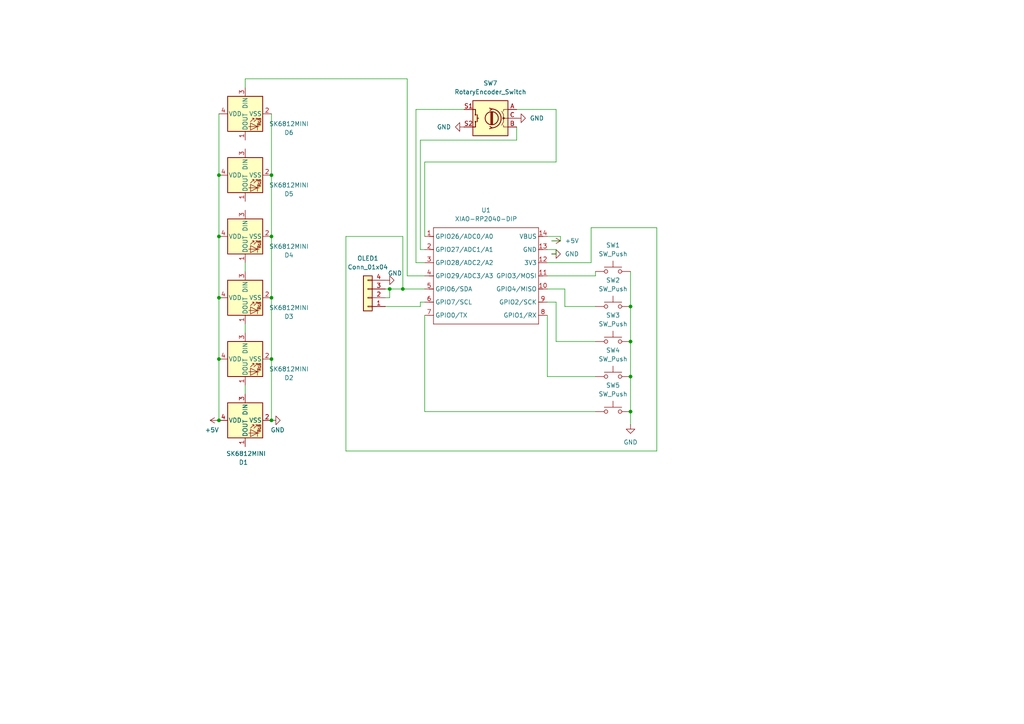
<source format=kicad_sch>
(kicad_sch
	(version 20250114)
	(generator "eeschema")
	(generator_version "9.0")
	(uuid "8503758f-b888-4536-82b6-d8af99c2731c")
	(paper "A4")
	(lib_symbols
		(symbol "Connector_Generic:Conn_01x04"
			(pin_names
				(offset 1.016)
				(hide yes)
			)
			(exclude_from_sim no)
			(in_bom yes)
			(on_board yes)
			(property "Reference" "J"
				(at 0 5.08 0)
				(effects
					(font
						(size 1.27 1.27)
					)
				)
			)
			(property "Value" "Conn_01x04"
				(at 0 -7.62 0)
				(effects
					(font
						(size 1.27 1.27)
					)
				)
			)
			(property "Footprint" ""
				(at 0 0 0)
				(effects
					(font
						(size 1.27 1.27)
					)
					(hide yes)
				)
			)
			(property "Datasheet" "~"
				(at 0 0 0)
				(effects
					(font
						(size 1.27 1.27)
					)
					(hide yes)
				)
			)
			(property "Description" "Generic connector, single row, 01x04, script generated (kicad-library-utils/schlib/autogen/connector/)"
				(at 0 0 0)
				(effects
					(font
						(size 1.27 1.27)
					)
					(hide yes)
				)
			)
			(property "ki_keywords" "connector"
				(at 0 0 0)
				(effects
					(font
						(size 1.27 1.27)
					)
					(hide yes)
				)
			)
			(property "ki_fp_filters" "Connector*:*_1x??_*"
				(at 0 0 0)
				(effects
					(font
						(size 1.27 1.27)
					)
					(hide yes)
				)
			)
			(symbol "Conn_01x04_1_1"
				(rectangle
					(start -1.27 3.81)
					(end 1.27 -6.35)
					(stroke
						(width 0.254)
						(type default)
					)
					(fill
						(type background)
					)
				)
				(rectangle
					(start -1.27 2.667)
					(end 0 2.413)
					(stroke
						(width 0.1524)
						(type default)
					)
					(fill
						(type none)
					)
				)
				(rectangle
					(start -1.27 0.127)
					(end 0 -0.127)
					(stroke
						(width 0.1524)
						(type default)
					)
					(fill
						(type none)
					)
				)
				(rectangle
					(start -1.27 -2.413)
					(end 0 -2.667)
					(stroke
						(width 0.1524)
						(type default)
					)
					(fill
						(type none)
					)
				)
				(rectangle
					(start -1.27 -4.953)
					(end 0 -5.207)
					(stroke
						(width 0.1524)
						(type default)
					)
					(fill
						(type none)
					)
				)
				(pin passive line
					(at -5.08 2.54 0)
					(length 3.81)
					(name "Pin_1"
						(effects
							(font
								(size 1.27 1.27)
							)
						)
					)
					(number "1"
						(effects
							(font
								(size 1.27 1.27)
							)
						)
					)
				)
				(pin passive line
					(at -5.08 0 0)
					(length 3.81)
					(name "Pin_2"
						(effects
							(font
								(size 1.27 1.27)
							)
						)
					)
					(number "2"
						(effects
							(font
								(size 1.27 1.27)
							)
						)
					)
				)
				(pin passive line
					(at -5.08 -2.54 0)
					(length 3.81)
					(name "Pin_3"
						(effects
							(font
								(size 1.27 1.27)
							)
						)
					)
					(number "3"
						(effects
							(font
								(size 1.27 1.27)
							)
						)
					)
				)
				(pin passive line
					(at -5.08 -5.08 0)
					(length 3.81)
					(name "Pin_4"
						(effects
							(font
								(size 1.27 1.27)
							)
						)
					)
					(number "4"
						(effects
							(font
								(size 1.27 1.27)
							)
						)
					)
				)
			)
			(embedded_fonts no)
		)
		(symbol "Device:RotaryEncoder_Switch"
			(pin_names
				(offset 0.254)
				(hide yes)
			)
			(exclude_from_sim no)
			(in_bom yes)
			(on_board yes)
			(property "Reference" "SW"
				(at 0 6.604 0)
				(effects
					(font
						(size 1.27 1.27)
					)
				)
			)
			(property "Value" "RotaryEncoder_Switch"
				(at 0 -6.604 0)
				(effects
					(font
						(size 1.27 1.27)
					)
				)
			)
			(property "Footprint" ""
				(at -3.81 4.064 0)
				(effects
					(font
						(size 1.27 1.27)
					)
					(hide yes)
				)
			)
			(property "Datasheet" "~"
				(at 0 6.604 0)
				(effects
					(font
						(size 1.27 1.27)
					)
					(hide yes)
				)
			)
			(property "Description" "Rotary encoder, dual channel, incremental quadrate outputs, with switch"
				(at 0 0 0)
				(effects
					(font
						(size 1.27 1.27)
					)
					(hide yes)
				)
			)
			(property "ki_keywords" "rotary switch encoder switch push button"
				(at 0 0 0)
				(effects
					(font
						(size 1.27 1.27)
					)
					(hide yes)
				)
			)
			(property "ki_fp_filters" "RotaryEncoder*Switch*"
				(at 0 0 0)
				(effects
					(font
						(size 1.27 1.27)
					)
					(hide yes)
				)
			)
			(symbol "RotaryEncoder_Switch_0_1"
				(rectangle
					(start -5.08 5.08)
					(end 5.08 -5.08)
					(stroke
						(width 0.254)
						(type default)
					)
					(fill
						(type background)
					)
				)
				(polyline
					(pts
						(xy -5.08 2.54) (xy -3.81 2.54) (xy -3.81 2.032)
					)
					(stroke
						(width 0)
						(type default)
					)
					(fill
						(type none)
					)
				)
				(polyline
					(pts
						(xy -5.08 0) (xy -3.81 0) (xy -3.81 -1.016) (xy -3.302 -2.032)
					)
					(stroke
						(width 0)
						(type default)
					)
					(fill
						(type none)
					)
				)
				(polyline
					(pts
						(xy -5.08 -2.54) (xy -3.81 -2.54) (xy -3.81 -2.032)
					)
					(stroke
						(width 0)
						(type default)
					)
					(fill
						(type none)
					)
				)
				(polyline
					(pts
						(xy -4.318 0) (xy -3.81 0) (xy -3.81 1.016) (xy -3.302 2.032)
					)
					(stroke
						(width 0)
						(type default)
					)
					(fill
						(type none)
					)
				)
				(circle
					(center -3.81 0)
					(radius 0.254)
					(stroke
						(width 0)
						(type default)
					)
					(fill
						(type outline)
					)
				)
				(polyline
					(pts
						(xy -0.635 -1.778) (xy -0.635 1.778)
					)
					(stroke
						(width 0.254)
						(type default)
					)
					(fill
						(type none)
					)
				)
				(circle
					(center -0.381 0)
					(radius 1.905)
					(stroke
						(width 0.254)
						(type default)
					)
					(fill
						(type none)
					)
				)
				(polyline
					(pts
						(xy -0.381 -1.778) (xy -0.381 1.778)
					)
					(stroke
						(width 0.254)
						(type default)
					)
					(fill
						(type none)
					)
				)
				(arc
					(start -0.381 -2.794)
					(mid -3.0988 -0.0635)
					(end -0.381 2.667)
					(stroke
						(width 0.254)
						(type default)
					)
					(fill
						(type none)
					)
				)
				(polyline
					(pts
						(xy -0.127 1.778) (xy -0.127 -1.778)
					)
					(stroke
						(width 0.254)
						(type default)
					)
					(fill
						(type none)
					)
				)
				(polyline
					(pts
						(xy 0.254 2.921) (xy -0.508 2.667) (xy 0.127 2.286)
					)
					(stroke
						(width 0.254)
						(type default)
					)
					(fill
						(type none)
					)
				)
				(polyline
					(pts
						(xy 0.254 -3.048) (xy -0.508 -2.794) (xy 0.127 -2.413)
					)
					(stroke
						(width 0.254)
						(type default)
					)
					(fill
						(type none)
					)
				)
				(polyline
					(pts
						(xy 3.81 1.016) (xy 3.81 -1.016)
					)
					(stroke
						(width 0.254)
						(type default)
					)
					(fill
						(type none)
					)
				)
				(polyline
					(pts
						(xy 3.81 0) (xy 3.429 0)
					)
					(stroke
						(width 0.254)
						(type default)
					)
					(fill
						(type none)
					)
				)
				(circle
					(center 4.318 1.016)
					(radius 0.127)
					(stroke
						(width 0.254)
						(type default)
					)
					(fill
						(type none)
					)
				)
				(circle
					(center 4.318 -1.016)
					(radius 0.127)
					(stroke
						(width 0.254)
						(type default)
					)
					(fill
						(type none)
					)
				)
				(polyline
					(pts
						(xy 5.08 2.54) (xy 4.318 2.54) (xy 4.318 1.016)
					)
					(stroke
						(width 0.254)
						(type default)
					)
					(fill
						(type none)
					)
				)
				(polyline
					(pts
						(xy 5.08 -2.54) (xy 4.318 -2.54) (xy 4.318 -1.016)
					)
					(stroke
						(width 0.254)
						(type default)
					)
					(fill
						(type none)
					)
				)
			)
			(symbol "RotaryEncoder_Switch_1_1"
				(pin passive line
					(at -7.62 2.54 0)
					(length 2.54)
					(name "A"
						(effects
							(font
								(size 1.27 1.27)
							)
						)
					)
					(number "A"
						(effects
							(font
								(size 1.27 1.27)
							)
						)
					)
				)
				(pin passive line
					(at -7.62 0 0)
					(length 2.54)
					(name "C"
						(effects
							(font
								(size 1.27 1.27)
							)
						)
					)
					(number "C"
						(effects
							(font
								(size 1.27 1.27)
							)
						)
					)
				)
				(pin passive line
					(at -7.62 -2.54 0)
					(length 2.54)
					(name "B"
						(effects
							(font
								(size 1.27 1.27)
							)
						)
					)
					(number "B"
						(effects
							(font
								(size 1.27 1.27)
							)
						)
					)
				)
				(pin passive line
					(at 7.62 2.54 180)
					(length 2.54)
					(name "S1"
						(effects
							(font
								(size 1.27 1.27)
							)
						)
					)
					(number "S1"
						(effects
							(font
								(size 1.27 1.27)
							)
						)
					)
				)
				(pin passive line
					(at 7.62 -2.54 180)
					(length 2.54)
					(name "S2"
						(effects
							(font
								(size 1.27 1.27)
							)
						)
					)
					(number "S2"
						(effects
							(font
								(size 1.27 1.27)
							)
						)
					)
				)
			)
			(embedded_fonts no)
		)
		(symbol "LED:SK6812MINI"
			(pin_names
				(offset 0.254)
			)
			(exclude_from_sim no)
			(in_bom yes)
			(on_board yes)
			(property "Reference" "D"
				(at 5.08 5.715 0)
				(effects
					(font
						(size 1.27 1.27)
					)
					(justify right bottom)
				)
			)
			(property "Value" "SK6812MINI"
				(at 1.27 -5.715 0)
				(effects
					(font
						(size 1.27 1.27)
					)
					(justify left top)
				)
			)
			(property "Footprint" "LED_SMD:LED_SK6812MINI_PLCC4_3.5x3.5mm_P1.75mm"
				(at 1.27 -7.62 0)
				(effects
					(font
						(size 1.27 1.27)
					)
					(justify left top)
					(hide yes)
				)
			)
			(property "Datasheet" "https://cdn-shop.adafruit.com/product-files/2686/SK6812MINI_REV.01-1-2.pdf"
				(at 2.54 -9.525 0)
				(effects
					(font
						(size 1.27 1.27)
					)
					(justify left top)
					(hide yes)
				)
			)
			(property "Description" "RGB LED with integrated controller"
				(at 0 0 0)
				(effects
					(font
						(size 1.27 1.27)
					)
					(hide yes)
				)
			)
			(property "ki_keywords" "RGB LED NeoPixel Mini addressable"
				(at 0 0 0)
				(effects
					(font
						(size 1.27 1.27)
					)
					(hide yes)
				)
			)
			(property "ki_fp_filters" "LED*SK6812MINI*PLCC*3.5x3.5mm*P1.75mm*"
				(at 0 0 0)
				(effects
					(font
						(size 1.27 1.27)
					)
					(hide yes)
				)
			)
			(symbol "SK6812MINI_0_0"
				(text "RGB"
					(at 2.286 -4.191 0)
					(effects
						(font
							(size 0.762 0.762)
						)
					)
				)
			)
			(symbol "SK6812MINI_0_1"
				(polyline
					(pts
						(xy 1.27 -2.54) (xy 1.778 -2.54)
					)
					(stroke
						(width 0)
						(type default)
					)
					(fill
						(type none)
					)
				)
				(polyline
					(pts
						(xy 1.27 -3.556) (xy 1.778 -3.556)
					)
					(stroke
						(width 0)
						(type default)
					)
					(fill
						(type none)
					)
				)
				(polyline
					(pts
						(xy 2.286 -1.524) (xy 1.27 -2.54) (xy 1.27 -2.032)
					)
					(stroke
						(width 0)
						(type default)
					)
					(fill
						(type none)
					)
				)
				(polyline
					(pts
						(xy 2.286 -2.54) (xy 1.27 -3.556) (xy 1.27 -3.048)
					)
					(stroke
						(width 0)
						(type default)
					)
					(fill
						(type none)
					)
				)
				(polyline
					(pts
						(xy 3.683 -1.016) (xy 3.683 -3.556) (xy 3.683 -4.064)
					)
					(stroke
						(width 0)
						(type default)
					)
					(fill
						(type none)
					)
				)
				(polyline
					(pts
						(xy 4.699 -1.524) (xy 2.667 -1.524) (xy 3.683 -3.556) (xy 4.699 -1.524)
					)
					(stroke
						(width 0)
						(type default)
					)
					(fill
						(type none)
					)
				)
				(polyline
					(pts
						(xy 4.699 -3.556) (xy 2.667 -3.556)
					)
					(stroke
						(width 0)
						(type default)
					)
					(fill
						(type none)
					)
				)
				(rectangle
					(start 5.08 5.08)
					(end -5.08 -5.08)
					(stroke
						(width 0.254)
						(type default)
					)
					(fill
						(type background)
					)
				)
			)
			(symbol "SK6812MINI_1_1"
				(pin input line
					(at -7.62 0 0)
					(length 2.54)
					(name "DIN"
						(effects
							(font
								(size 1.27 1.27)
							)
						)
					)
					(number "3"
						(effects
							(font
								(size 1.27 1.27)
							)
						)
					)
				)
				(pin power_in line
					(at 0 7.62 270)
					(length 2.54)
					(name "VDD"
						(effects
							(font
								(size 1.27 1.27)
							)
						)
					)
					(number "4"
						(effects
							(font
								(size 1.27 1.27)
							)
						)
					)
				)
				(pin power_in line
					(at 0 -7.62 90)
					(length 2.54)
					(name "VSS"
						(effects
							(font
								(size 1.27 1.27)
							)
						)
					)
					(number "2"
						(effects
							(font
								(size 1.27 1.27)
							)
						)
					)
				)
				(pin output line
					(at 7.62 0 180)
					(length 2.54)
					(name "DOUT"
						(effects
							(font
								(size 1.27 1.27)
							)
						)
					)
					(number "1"
						(effects
							(font
								(size 1.27 1.27)
							)
						)
					)
				)
			)
			(embedded_fonts no)
		)
		(symbol "OPL:XIAO-RP2040-DIP"
			(exclude_from_sim no)
			(in_bom yes)
			(on_board yes)
			(property "Reference" "U"
				(at 0 0 0)
				(effects
					(font
						(size 1.27 1.27)
					)
				)
			)
			(property "Value" "XIAO-RP2040-DIP"
				(at 5.334 -1.778 0)
				(effects
					(font
						(size 1.27 1.27)
					)
				)
			)
			(property "Footprint" "Module:MOUDLE14P-XIAO-DIP-SMD"
				(at 14.478 -32.258 0)
				(effects
					(font
						(size 1.27 1.27)
					)
					(hide yes)
				)
			)
			(property "Datasheet" ""
				(at 0 0 0)
				(effects
					(font
						(size 1.27 1.27)
					)
					(hide yes)
				)
			)
			(property "Description" ""
				(at 0 0 0)
				(effects
					(font
						(size 1.27 1.27)
					)
					(hide yes)
				)
			)
			(symbol "XIAO-RP2040-DIP_1_0"
				(polyline
					(pts
						(xy -1.27 -2.54) (xy 29.21 -2.54)
					)
					(stroke
						(width 0.1524)
						(type solid)
					)
					(fill
						(type none)
					)
				)
				(polyline
					(pts
						(xy -1.27 -5.08) (xy -2.54 -5.08)
					)
					(stroke
						(width 0.1524)
						(type solid)
					)
					(fill
						(type none)
					)
				)
				(polyline
					(pts
						(xy -1.27 -5.08) (xy -1.27 -2.54)
					)
					(stroke
						(width 0.1524)
						(type solid)
					)
					(fill
						(type none)
					)
				)
				(polyline
					(pts
						(xy -1.27 -8.89) (xy -2.54 -8.89)
					)
					(stroke
						(width 0.1524)
						(type solid)
					)
					(fill
						(type none)
					)
				)
				(polyline
					(pts
						(xy -1.27 -8.89) (xy -1.27 -5.08)
					)
					(stroke
						(width 0.1524)
						(type solid)
					)
					(fill
						(type none)
					)
				)
				(polyline
					(pts
						(xy -1.27 -12.7) (xy -2.54 -12.7)
					)
					(stroke
						(width 0.1524)
						(type solid)
					)
					(fill
						(type none)
					)
				)
				(polyline
					(pts
						(xy -1.27 -12.7) (xy -1.27 -8.89)
					)
					(stroke
						(width 0.1524)
						(type solid)
					)
					(fill
						(type none)
					)
				)
				(polyline
					(pts
						(xy -1.27 -16.51) (xy -2.54 -16.51)
					)
					(stroke
						(width 0.1524)
						(type solid)
					)
					(fill
						(type none)
					)
				)
				(polyline
					(pts
						(xy -1.27 -16.51) (xy -1.27 -12.7)
					)
					(stroke
						(width 0.1524)
						(type solid)
					)
					(fill
						(type none)
					)
				)
				(polyline
					(pts
						(xy -1.27 -20.32) (xy -2.54 -20.32)
					)
					(stroke
						(width 0.1524)
						(type solid)
					)
					(fill
						(type none)
					)
				)
				(polyline
					(pts
						(xy -1.27 -24.13) (xy -2.54 -24.13)
					)
					(stroke
						(width 0.1524)
						(type solid)
					)
					(fill
						(type none)
					)
				)
				(polyline
					(pts
						(xy -1.27 -27.94) (xy -2.54 -27.94)
					)
					(stroke
						(width 0.1524)
						(type solid)
					)
					(fill
						(type none)
					)
				)
				(polyline
					(pts
						(xy -1.27 -30.48) (xy -1.27 -16.51)
					)
					(stroke
						(width 0.1524)
						(type solid)
					)
					(fill
						(type none)
					)
				)
				(polyline
					(pts
						(xy 29.21 -2.54) (xy 29.21 -5.08)
					)
					(stroke
						(width 0.1524)
						(type solid)
					)
					(fill
						(type none)
					)
				)
				(polyline
					(pts
						(xy 29.21 -5.08) (xy 29.21 -8.89)
					)
					(stroke
						(width 0.1524)
						(type solid)
					)
					(fill
						(type none)
					)
				)
				(polyline
					(pts
						(xy 29.21 -8.89) (xy 29.21 -12.7)
					)
					(stroke
						(width 0.1524)
						(type solid)
					)
					(fill
						(type none)
					)
				)
				(polyline
					(pts
						(xy 29.21 -12.7) (xy 29.21 -30.48)
					)
					(stroke
						(width 0.1524)
						(type solid)
					)
					(fill
						(type none)
					)
				)
				(polyline
					(pts
						(xy 29.21 -30.48) (xy -1.27 -30.48)
					)
					(stroke
						(width 0.1524)
						(type solid)
					)
					(fill
						(type none)
					)
				)
				(polyline
					(pts
						(xy 30.48 -5.08) (xy 29.21 -5.08)
					)
					(stroke
						(width 0.1524)
						(type solid)
					)
					(fill
						(type none)
					)
				)
				(polyline
					(pts
						(xy 30.48 -8.89) (xy 29.21 -8.89)
					)
					(stroke
						(width 0.1524)
						(type solid)
					)
					(fill
						(type none)
					)
				)
				(polyline
					(pts
						(xy 30.48 -12.7) (xy 29.21 -12.7)
					)
					(stroke
						(width 0.1524)
						(type solid)
					)
					(fill
						(type none)
					)
				)
				(polyline
					(pts
						(xy 30.48 -16.51) (xy 29.21 -16.51)
					)
					(stroke
						(width 0.1524)
						(type solid)
					)
					(fill
						(type none)
					)
				)
				(polyline
					(pts
						(xy 30.48 -20.32) (xy 29.21 -20.32)
					)
					(stroke
						(width 0.1524)
						(type solid)
					)
					(fill
						(type none)
					)
				)
				(polyline
					(pts
						(xy 30.48 -24.13) (xy 29.21 -24.13)
					)
					(stroke
						(width 0.1524)
						(type solid)
					)
					(fill
						(type none)
					)
				)
				(polyline
					(pts
						(xy 30.48 -27.94) (xy 29.21 -27.94)
					)
					(stroke
						(width 0.1524)
						(type solid)
					)
					(fill
						(type none)
					)
				)
				(pin passive line
					(at -3.81 -5.08 0)
					(length 2.54)
					(name "GPIO26/ADC0/A0"
						(effects
							(font
								(size 1.27 1.27)
							)
						)
					)
					(number "1"
						(effects
							(font
								(size 1.27 1.27)
							)
						)
					)
				)
				(pin passive line
					(at -3.81 -8.89 0)
					(length 2.54)
					(name "GPIO27/ADC1/A1"
						(effects
							(font
								(size 1.27 1.27)
							)
						)
					)
					(number "2"
						(effects
							(font
								(size 1.27 1.27)
							)
						)
					)
				)
				(pin passive line
					(at -3.81 -12.7 0)
					(length 2.54)
					(name "GPIO28/ADC2/A2"
						(effects
							(font
								(size 1.27 1.27)
							)
						)
					)
					(number "3"
						(effects
							(font
								(size 1.27 1.27)
							)
						)
					)
				)
				(pin passive line
					(at -3.81 -16.51 0)
					(length 2.54)
					(name "GPIO29/ADC3/A3"
						(effects
							(font
								(size 1.27 1.27)
							)
						)
					)
					(number "4"
						(effects
							(font
								(size 1.27 1.27)
							)
						)
					)
				)
				(pin passive line
					(at -3.81 -20.32 0)
					(length 2.54)
					(name "GPIO6/SDA"
						(effects
							(font
								(size 1.27 1.27)
							)
						)
					)
					(number "5"
						(effects
							(font
								(size 1.27 1.27)
							)
						)
					)
				)
				(pin passive line
					(at -3.81 -24.13 0)
					(length 2.54)
					(name "GPIO7/SCL"
						(effects
							(font
								(size 1.27 1.27)
							)
						)
					)
					(number "6"
						(effects
							(font
								(size 1.27 1.27)
							)
						)
					)
				)
				(pin passive line
					(at -3.81 -27.94 0)
					(length 2.54)
					(name "GPIO0/TX"
						(effects
							(font
								(size 1.27 1.27)
							)
						)
					)
					(number "7"
						(effects
							(font
								(size 1.27 1.27)
							)
						)
					)
				)
				(pin passive line
					(at 31.75 -5.08 180)
					(length 2.54)
					(name "VBUS"
						(effects
							(font
								(size 1.27 1.27)
							)
						)
					)
					(number "14"
						(effects
							(font
								(size 1.27 1.27)
							)
						)
					)
				)
				(pin passive line
					(at 31.75 -8.89 180)
					(length 2.54)
					(name "GND"
						(effects
							(font
								(size 1.27 1.27)
							)
						)
					)
					(number "13"
						(effects
							(font
								(size 1.27 1.27)
							)
						)
					)
				)
				(pin passive line
					(at 31.75 -12.7 180)
					(length 2.54)
					(name "3V3"
						(effects
							(font
								(size 1.27 1.27)
							)
						)
					)
					(number "12"
						(effects
							(font
								(size 1.27 1.27)
							)
						)
					)
				)
				(pin passive line
					(at 31.75 -16.51 180)
					(length 2.54)
					(name "GPIO3/MOSI"
						(effects
							(font
								(size 1.27 1.27)
							)
						)
					)
					(number "11"
						(effects
							(font
								(size 1.27 1.27)
							)
						)
					)
				)
				(pin passive line
					(at 31.75 -20.32 180)
					(length 2.54)
					(name "GPIO4/MISO"
						(effects
							(font
								(size 1.27 1.27)
							)
						)
					)
					(number "10"
						(effects
							(font
								(size 1.27 1.27)
							)
						)
					)
				)
				(pin passive line
					(at 31.75 -24.13 180)
					(length 2.54)
					(name "GPIO2/SCK"
						(effects
							(font
								(size 1.27 1.27)
							)
						)
					)
					(number "9"
						(effects
							(font
								(size 1.27 1.27)
							)
						)
					)
				)
				(pin passive line
					(at 31.75 -27.94 180)
					(length 2.54)
					(name "GPIO1/RX"
						(effects
							(font
								(size 1.27 1.27)
							)
						)
					)
					(number "8"
						(effects
							(font
								(size 1.27 1.27)
							)
						)
					)
				)
			)
			(embedded_fonts no)
		)
		(symbol "Switch:SW_Push"
			(pin_numbers
				(hide yes)
			)
			(pin_names
				(offset 1.016)
				(hide yes)
			)
			(exclude_from_sim no)
			(in_bom yes)
			(on_board yes)
			(property "Reference" "SW"
				(at 1.27 2.54 0)
				(effects
					(font
						(size 1.27 1.27)
					)
					(justify left)
				)
			)
			(property "Value" "SW_Push"
				(at 0 -1.524 0)
				(effects
					(font
						(size 1.27 1.27)
					)
				)
			)
			(property "Footprint" ""
				(at 0 5.08 0)
				(effects
					(font
						(size 1.27 1.27)
					)
					(hide yes)
				)
			)
			(property "Datasheet" "~"
				(at 0 5.08 0)
				(effects
					(font
						(size 1.27 1.27)
					)
					(hide yes)
				)
			)
			(property "Description" "Push button switch, generic, two pins"
				(at 0 0 0)
				(effects
					(font
						(size 1.27 1.27)
					)
					(hide yes)
				)
			)
			(property "ki_keywords" "switch normally-open pushbutton push-button"
				(at 0 0 0)
				(effects
					(font
						(size 1.27 1.27)
					)
					(hide yes)
				)
			)
			(symbol "SW_Push_0_1"
				(circle
					(center -2.032 0)
					(radius 0.508)
					(stroke
						(width 0)
						(type default)
					)
					(fill
						(type none)
					)
				)
				(polyline
					(pts
						(xy 0 1.27) (xy 0 3.048)
					)
					(stroke
						(width 0)
						(type default)
					)
					(fill
						(type none)
					)
				)
				(circle
					(center 2.032 0)
					(radius 0.508)
					(stroke
						(width 0)
						(type default)
					)
					(fill
						(type none)
					)
				)
				(polyline
					(pts
						(xy 2.54 1.27) (xy -2.54 1.27)
					)
					(stroke
						(width 0)
						(type default)
					)
					(fill
						(type none)
					)
				)
				(pin passive line
					(at -5.08 0 0)
					(length 2.54)
					(name "1"
						(effects
							(font
								(size 1.27 1.27)
							)
						)
					)
					(number "1"
						(effects
							(font
								(size 1.27 1.27)
							)
						)
					)
				)
				(pin passive line
					(at 5.08 0 180)
					(length 2.54)
					(name "2"
						(effects
							(font
								(size 1.27 1.27)
							)
						)
					)
					(number "2"
						(effects
							(font
								(size 1.27 1.27)
							)
						)
					)
				)
			)
			(embedded_fonts no)
		)
		(symbol "power:+5V"
			(power)
			(pin_numbers
				(hide yes)
			)
			(pin_names
				(offset 0)
				(hide yes)
			)
			(exclude_from_sim no)
			(in_bom yes)
			(on_board yes)
			(property "Reference" "#PWR"
				(at 0 -3.81 0)
				(effects
					(font
						(size 1.27 1.27)
					)
					(hide yes)
				)
			)
			(property "Value" "+5V"
				(at 0 3.556 0)
				(effects
					(font
						(size 1.27 1.27)
					)
				)
			)
			(property "Footprint" ""
				(at 0 0 0)
				(effects
					(font
						(size 1.27 1.27)
					)
					(hide yes)
				)
			)
			(property "Datasheet" ""
				(at 0 0 0)
				(effects
					(font
						(size 1.27 1.27)
					)
					(hide yes)
				)
			)
			(property "Description" "Power symbol creates a global label with name \"+5V\""
				(at 0 0 0)
				(effects
					(font
						(size 1.27 1.27)
					)
					(hide yes)
				)
			)
			(property "ki_keywords" "global power"
				(at 0 0 0)
				(effects
					(font
						(size 1.27 1.27)
					)
					(hide yes)
				)
			)
			(symbol "+5V_0_1"
				(polyline
					(pts
						(xy -0.762 1.27) (xy 0 2.54)
					)
					(stroke
						(width 0)
						(type default)
					)
					(fill
						(type none)
					)
				)
				(polyline
					(pts
						(xy 0 2.54) (xy 0.762 1.27)
					)
					(stroke
						(width 0)
						(type default)
					)
					(fill
						(type none)
					)
				)
				(polyline
					(pts
						(xy 0 0) (xy 0 2.54)
					)
					(stroke
						(width 0)
						(type default)
					)
					(fill
						(type none)
					)
				)
			)
			(symbol "+5V_1_1"
				(pin power_in line
					(at 0 0 90)
					(length 0)
					(name "~"
						(effects
							(font
								(size 1.27 1.27)
							)
						)
					)
					(number "1"
						(effects
							(font
								(size 1.27 1.27)
							)
						)
					)
				)
			)
			(embedded_fonts no)
		)
		(symbol "power:GND"
			(power)
			(pin_numbers
				(hide yes)
			)
			(pin_names
				(offset 0)
				(hide yes)
			)
			(exclude_from_sim no)
			(in_bom yes)
			(on_board yes)
			(property "Reference" "#PWR"
				(at 0 -6.35 0)
				(effects
					(font
						(size 1.27 1.27)
					)
					(hide yes)
				)
			)
			(property "Value" "GND"
				(at 0 -3.81 0)
				(effects
					(font
						(size 1.27 1.27)
					)
				)
			)
			(property "Footprint" ""
				(at 0 0 0)
				(effects
					(font
						(size 1.27 1.27)
					)
					(hide yes)
				)
			)
			(property "Datasheet" ""
				(at 0 0 0)
				(effects
					(font
						(size 1.27 1.27)
					)
					(hide yes)
				)
			)
			(property "Description" "Power symbol creates a global label with name \"GND\" , ground"
				(at 0 0 0)
				(effects
					(font
						(size 1.27 1.27)
					)
					(hide yes)
				)
			)
			(property "ki_keywords" "global power"
				(at 0 0 0)
				(effects
					(font
						(size 1.27 1.27)
					)
					(hide yes)
				)
			)
			(symbol "GND_0_1"
				(polyline
					(pts
						(xy 0 0) (xy 0 -1.27) (xy 1.27 -1.27) (xy 0 -2.54) (xy -1.27 -1.27) (xy 0 -1.27)
					)
					(stroke
						(width 0)
						(type default)
					)
					(fill
						(type none)
					)
				)
			)
			(symbol "GND_1_1"
				(pin power_in line
					(at 0 0 270)
					(length 0)
					(name "~"
						(effects
							(font
								(size 1.27 1.27)
							)
						)
					)
					(number "1"
						(effects
							(font
								(size 1.27 1.27)
							)
						)
					)
				)
			)
			(embedded_fonts no)
		)
	)
	(junction
		(at 182.88 99.06)
		(diameter 0)
		(color 0 0 0 0)
		(uuid "08202b5c-98ec-4dae-a231-ff155412fd1f")
	)
	(junction
		(at 182.88 88.9)
		(diameter 0)
		(color 0 0 0 0)
		(uuid "24dfef55-7138-46fd-adbd-015513bef8ef")
	)
	(junction
		(at 116.84 83.82)
		(diameter 0)
		(color 0 0 0 0)
		(uuid "2b405166-627a-4f24-afe9-959d6aad21e9")
	)
	(junction
		(at 63.5 121.92)
		(diameter 0)
		(color 0 0 0 0)
		(uuid "2cb0e933-e0ca-40d2-95c2-0fd51259b87a")
	)
	(junction
		(at 78.74 86.36)
		(diameter 0)
		(color 0 0 0 0)
		(uuid "49170200-9ae8-47e1-85ac-aa029524ecac")
	)
	(junction
		(at 182.88 109.22)
		(diameter 0)
		(color 0 0 0 0)
		(uuid "51d781c6-4375-40f0-86c2-d2d9a0424250")
	)
	(junction
		(at 78.74 50.8)
		(diameter 0)
		(color 0 0 0 0)
		(uuid "524b7eef-0c2c-4273-8ed8-ef066f3550c3")
	)
	(junction
		(at 78.74 121.92)
		(diameter 0)
		(color 0 0 0 0)
		(uuid "7a72ea69-f07d-41dc-9f78-514187dc91df")
	)
	(junction
		(at 113.03 83.82)
		(diameter 0)
		(color 0 0 0 0)
		(uuid "8fa55266-1730-419a-998c-d3c4d8d45a6b")
	)
	(junction
		(at 78.74 104.14)
		(diameter 0)
		(color 0 0 0 0)
		(uuid "9919a01d-86f1-49ea-8d1a-fd8e6d700d4b")
	)
	(junction
		(at 63.5 104.14)
		(diameter 0)
		(color 0 0 0 0)
		(uuid "b2d6546e-6bb7-4c4b-87e5-55255507775a")
	)
	(junction
		(at 63.5 86.36)
		(diameter 0)
		(color 0 0 0 0)
		(uuid "be0c9b50-54e4-40cd-bfd5-496096c2eaee")
	)
	(junction
		(at 78.74 68.58)
		(diameter 0)
		(color 0 0 0 0)
		(uuid "d14b4f41-3fc2-4355-9500-4b1a4726c40e")
	)
	(junction
		(at 63.5 50.8)
		(diameter 0)
		(color 0 0 0 0)
		(uuid "d5db1e95-9e90-4953-8b8d-4305673f296d")
	)
	(junction
		(at 63.5 68.58)
		(diameter 0)
		(color 0 0 0 0)
		(uuid "f25f323b-b197-440d-8435-340fd507f4a9")
	)
	(junction
		(at 182.88 119.38)
		(diameter 0)
		(color 0 0 0 0)
		(uuid "f3f2913a-475c-4492-bbde-00b205072d82")
	)
	(wire
		(pts
			(xy 123.19 46.99) (xy 123.19 68.58)
		)
		(stroke
			(width 0)
			(type default)
		)
		(uuid "00169905-33f0-498e-a236-8afd7aece6e9")
	)
	(wire
		(pts
			(xy 113.03 83.82) (xy 113.03 86.36)
		)
		(stroke
			(width 0)
			(type default)
		)
		(uuid "006d8b4c-1b89-497f-8b7f-b79ec8a420e9")
	)
	(wire
		(pts
			(xy 116.84 68.58) (xy 100.33 68.58)
		)
		(stroke
			(width 0)
			(type default)
		)
		(uuid "028c27fa-68a2-42cf-852e-f10799ef2fd5")
	)
	(wire
		(pts
			(xy 161.29 73.66) (xy 160.02 73.66)
		)
		(stroke
			(width 0)
			(type default)
		)
		(uuid "05941f1f-1915-4b09-93d0-058872614e47")
	)
	(wire
		(pts
			(xy 100.33 130.81) (xy 190.5 130.81)
		)
		(stroke
			(width 0)
			(type default)
		)
		(uuid "0995e33c-c5b0-418e-82c3-e24aca296b96")
	)
	(wire
		(pts
			(xy 172.72 80.01) (xy 172.72 78.74)
		)
		(stroke
			(width 0)
			(type default)
		)
		(uuid "0b46b26f-a11a-4757-88f0-a8c6ec1f0453")
	)
	(wire
		(pts
			(xy 158.75 109.22) (xy 172.72 109.22)
		)
		(stroke
			(width 0)
			(type default)
		)
		(uuid "0f7011cb-7de2-4434-b07e-b68470e8e484")
	)
	(wire
		(pts
			(xy 158.75 83.82) (xy 163.83 83.82)
		)
		(stroke
			(width 0)
			(type default)
		)
		(uuid "1049a548-a824-49f0-85f8-8374225f8e0b")
	)
	(wire
		(pts
			(xy 182.88 78.74) (xy 182.88 88.9)
		)
		(stroke
			(width 0)
			(type default)
		)
		(uuid "11674208-3986-4653-b8ed-2256ad97a20a")
	)
	(wire
		(pts
			(xy 158.75 76.2) (xy 171.45 76.2)
		)
		(stroke
			(width 0)
			(type default)
		)
		(uuid "1220977e-2f0c-4ad5-b4cd-8d5045e897cd")
	)
	(wire
		(pts
			(xy 161.29 31.75) (xy 149.86 31.75)
		)
		(stroke
			(width 0)
			(type default)
		)
		(uuid "14acabf2-7f68-4776-b692-e9c64da17526")
	)
	(wire
		(pts
			(xy 149.86 40.64) (xy 149.86 36.83)
		)
		(stroke
			(width 0)
			(type default)
		)
		(uuid "1bef93e6-5f16-48bb-b81c-3da9842f5479")
	)
	(wire
		(pts
			(xy 121.92 40.64) (xy 121.92 72.39)
		)
		(stroke
			(width 0)
			(type default)
		)
		(uuid "35c0972f-710d-4f3e-9729-f6bb0b1c2a59")
	)
	(wire
		(pts
			(xy 163.83 88.9) (xy 172.72 88.9)
		)
		(stroke
			(width 0)
			(type default)
		)
		(uuid "375d4eb5-93c8-41c1-8216-c24eb012f54e")
	)
	(wire
		(pts
			(xy 162.56 68.58) (xy 162.56 69.85)
		)
		(stroke
			(width 0)
			(type default)
		)
		(uuid "399eb9d1-6a4a-43aa-a0f1-b18bda3287f8")
	)
	(wire
		(pts
			(xy 161.29 72.39) (xy 161.29 73.66)
		)
		(stroke
			(width 0)
			(type default)
		)
		(uuid "3dd05a35-e9b8-45a1-8ff9-e2530e82bba4")
	)
	(wire
		(pts
			(xy 63.5 50.8) (xy 63.5 33.02)
		)
		(stroke
			(width 0)
			(type default)
		)
		(uuid "41b3539b-4334-409e-a3d7-315c19d3dfd3")
	)
	(wire
		(pts
			(xy 182.88 88.9) (xy 182.88 99.06)
		)
		(stroke
			(width 0)
			(type default)
		)
		(uuid "4454695b-b9ef-4b86-8d5e-f99b12eeca5c")
	)
	(wire
		(pts
			(xy 78.74 50.8) (xy 78.74 68.58)
		)
		(stroke
			(width 0)
			(type default)
		)
		(uuid "47c550d3-f862-4af2-a45b-5a797a32fb4a")
	)
	(wire
		(pts
			(xy 121.92 87.63) (xy 123.19 87.63)
		)
		(stroke
			(width 0)
			(type default)
		)
		(uuid "48c07372-69c0-4814-aae5-640f5a96d881")
	)
	(wire
		(pts
			(xy 78.74 104.14) (xy 78.74 121.92)
		)
		(stroke
			(width 0)
			(type default)
		)
		(uuid "4be67171-01b1-4ff4-896e-207ef1114500")
	)
	(wire
		(pts
			(xy 78.74 68.58) (xy 78.74 86.36)
		)
		(stroke
			(width 0)
			(type default)
		)
		(uuid "4beb0c98-63ea-4b57-807d-be903b9af926")
	)
	(wire
		(pts
			(xy 63.5 104.14) (xy 63.5 86.36)
		)
		(stroke
			(width 0)
			(type default)
		)
		(uuid "5a9b5d19-3fb5-4ed6-9336-f932ef5d7f6d")
	)
	(wire
		(pts
			(xy 182.88 109.22) (xy 182.88 119.38)
		)
		(stroke
			(width 0)
			(type default)
		)
		(uuid "5cd52e87-ae6c-4f9d-acc5-0fa84c8a2bd8")
	)
	(wire
		(pts
			(xy 161.29 99.06) (xy 172.72 99.06)
		)
		(stroke
			(width 0)
			(type default)
		)
		(uuid "5fe4f897-1df4-4ce7-a9c7-fedfa00b41f6")
	)
	(wire
		(pts
			(xy 71.12 22.86) (xy 118.11 22.86)
		)
		(stroke
			(width 0)
			(type default)
		)
		(uuid "63fc834b-4266-4dca-ab35-49bb55356da4")
	)
	(wire
		(pts
			(xy 71.12 22.86) (xy 71.12 25.4)
		)
		(stroke
			(width 0)
			(type default)
		)
		(uuid "65e0d375-9ba7-49c6-b0bc-2d5d881ec113")
	)
	(wire
		(pts
			(xy 121.92 40.64) (xy 149.86 40.64)
		)
		(stroke
			(width 0)
			(type default)
		)
		(uuid "6b805379-6f7f-4573-98ed-77007a3bc831")
	)
	(wire
		(pts
			(xy 158.75 68.58) (xy 162.56 68.58)
		)
		(stroke
			(width 0)
			(type default)
		)
		(uuid "71750134-327c-41d0-952d-5591cd2db6cc")
	)
	(wire
		(pts
			(xy 158.75 80.01) (xy 172.72 80.01)
		)
		(stroke
			(width 0)
			(type default)
		)
		(uuid "7869c8e9-89ac-47c5-beed-dcf53905d86d")
	)
	(wire
		(pts
			(xy 118.11 80.01) (xy 123.19 80.01)
		)
		(stroke
			(width 0)
			(type default)
		)
		(uuid "797f3995-18a6-4394-8c27-d2329b8e5b49")
	)
	(wire
		(pts
			(xy 190.5 66.04) (xy 190.5 130.81)
		)
		(stroke
			(width 0)
			(type default)
		)
		(uuid "7a5de8bf-2bb2-4cd1-9826-37cd4ad35b1b")
	)
	(wire
		(pts
			(xy 78.74 33.02) (xy 78.74 50.8)
		)
		(stroke
			(width 0)
			(type default)
		)
		(uuid "7eb68bf3-608c-4512-baf2-c7d980d500d3")
	)
	(wire
		(pts
			(xy 121.92 87.63) (xy 121.92 88.9)
		)
		(stroke
			(width 0)
			(type default)
		)
		(uuid "8415781d-28ee-4767-a4ee-13310e875683")
	)
	(wire
		(pts
			(xy 123.19 91.44) (xy 123.19 119.38)
		)
		(stroke
			(width 0)
			(type default)
		)
		(uuid "8fb8e611-6df9-49f2-95ca-6813eb8fa3a4")
	)
	(wire
		(pts
			(xy 113.03 83.82) (xy 116.84 83.82)
		)
		(stroke
			(width 0)
			(type default)
		)
		(uuid "906f9237-d00e-491b-a035-e732e0afb52d")
	)
	(wire
		(pts
			(xy 134.62 31.75) (xy 120.65 31.75)
		)
		(stroke
			(width 0)
			(type default)
		)
		(uuid "91ab9294-10cf-4775-98a8-e285e0d8609c")
	)
	(wire
		(pts
			(xy 120.65 76.2) (xy 123.19 76.2)
		)
		(stroke
			(width 0)
			(type default)
		)
		(uuid "945e3d5d-5d20-45d2-89b2-2c11a5bc7e54")
	)
	(wire
		(pts
			(xy 158.75 87.63) (xy 161.29 87.63)
		)
		(stroke
			(width 0)
			(type default)
		)
		(uuid "9559c7ab-fae2-4a3e-bfbb-ff77ac568c79")
	)
	(wire
		(pts
			(xy 190.5 66.04) (xy 171.45 66.04)
		)
		(stroke
			(width 0)
			(type default)
		)
		(uuid "9dcb92e4-47bd-440a-88db-6d3122ac3ca4")
	)
	(wire
		(pts
			(xy 158.75 91.44) (xy 158.75 109.22)
		)
		(stroke
			(width 0)
			(type default)
		)
		(uuid "a1202518-8eaf-445f-b282-341c50f8c021")
	)
	(wire
		(pts
			(xy 162.56 69.85) (xy 160.02 69.85)
		)
		(stroke
			(width 0)
			(type default)
		)
		(uuid "a1d1e17c-4a4b-4ebd-b72c-95ad4b22eb9f")
	)
	(wire
		(pts
			(xy 163.83 83.82) (xy 163.83 88.9)
		)
		(stroke
			(width 0)
			(type default)
		)
		(uuid "ab26b548-3e48-4abf-b06f-5ee6efe3a1f2")
	)
	(wire
		(pts
			(xy 171.45 66.04) (xy 171.45 76.2)
		)
		(stroke
			(width 0)
			(type default)
		)
		(uuid "b044011a-c4e6-4687-a684-7ffccb9b3fd7")
	)
	(wire
		(pts
			(xy 120.65 31.75) (xy 120.65 76.2)
		)
		(stroke
			(width 0)
			(type default)
		)
		(uuid "b1e56607-fc77-45a1-8f3e-602d550691fd")
	)
	(wire
		(pts
			(xy 182.88 99.06) (xy 182.88 109.22)
		)
		(stroke
			(width 0)
			(type default)
		)
		(uuid "b48fef91-03e3-49ae-af87-bf948f6d39b3")
	)
	(wire
		(pts
			(xy 63.5 121.92) (xy 63.5 104.14)
		)
		(stroke
			(width 0)
			(type default)
		)
		(uuid "b5ea4090-c6f6-44ae-a402-86980be4fa25")
	)
	(wire
		(pts
			(xy 71.12 93.98) (xy 71.12 96.52)
		)
		(stroke
			(width 0)
			(type default)
		)
		(uuid "bddcefc4-2ba0-4f65-97da-89db3f9cd4b6")
	)
	(wire
		(pts
			(xy 182.88 119.38) (xy 182.88 123.19)
		)
		(stroke
			(width 0)
			(type default)
		)
		(uuid "c00601d9-c0aa-4fae-b052-81847fa411ad")
	)
	(wire
		(pts
			(xy 121.92 88.9) (xy 111.76 88.9)
		)
		(stroke
			(width 0)
			(type default)
		)
		(uuid "c08e9dbf-ce29-44f0-abe6-02072d2f81d0")
	)
	(wire
		(pts
			(xy 78.74 86.36) (xy 78.74 104.14)
		)
		(stroke
			(width 0)
			(type default)
		)
		(uuid "c471b2b4-b138-479b-9b1c-730c79dbf384")
	)
	(wire
		(pts
			(xy 71.12 114.3) (xy 71.12 111.76)
		)
		(stroke
			(width 0)
			(type default)
		)
		(uuid "c7e46933-6c2c-4939-a61b-a32272e06dc0")
	)
	(wire
		(pts
			(xy 161.29 87.63) (xy 161.29 99.06)
		)
		(stroke
			(width 0)
			(type default)
		)
		(uuid "c881b3b8-5e67-4e15-9d25-7dbe41329674")
	)
	(wire
		(pts
			(xy 116.84 83.82) (xy 116.84 68.58)
		)
		(stroke
			(width 0)
			(type default)
		)
		(uuid "cc40b568-deb7-4ff7-8cbd-40eef85f6bc1")
	)
	(wire
		(pts
			(xy 111.76 86.36) (xy 113.03 86.36)
		)
		(stroke
			(width 0)
			(type default)
		)
		(uuid "e7ab5800-0b9c-4d37-a235-fd258c506f08")
	)
	(wire
		(pts
			(xy 121.92 72.39) (xy 123.19 72.39)
		)
		(stroke
			(width 0)
			(type default)
		)
		(uuid "e89e3f21-4daf-4bfd-b82f-9bb48e3ed78d")
	)
	(wire
		(pts
			(xy 63.5 68.58) (xy 63.5 50.8)
		)
		(stroke
			(width 0)
			(type default)
		)
		(uuid "e951b098-6d77-45d8-b5c9-9e3203b14e16")
	)
	(wire
		(pts
			(xy 118.11 22.86) (xy 118.11 80.01)
		)
		(stroke
			(width 0)
			(type default)
		)
		(uuid "ee27445d-48f6-472a-8b45-949ca9ed67d8")
	)
	(wire
		(pts
			(xy 100.33 68.58) (xy 100.33 130.81)
		)
		(stroke
			(width 0)
			(type default)
		)
		(uuid "ee6d3353-7f72-454e-8f30-6240e2b92fbb")
	)
	(wire
		(pts
			(xy 123.19 119.38) (xy 172.72 119.38)
		)
		(stroke
			(width 0)
			(type default)
		)
		(uuid "f063e75e-e688-40c3-9bec-8f1cc3084436")
	)
	(wire
		(pts
			(xy 123.19 46.99) (xy 161.29 46.99)
		)
		(stroke
			(width 0)
			(type default)
		)
		(uuid "f1107a0b-5402-4855-89d5-aab39b9e576a")
	)
	(wire
		(pts
			(xy 158.75 72.39) (xy 161.29 72.39)
		)
		(stroke
			(width 0)
			(type default)
		)
		(uuid "f5941714-b717-4c16-8ee5-70e0f27588ee")
	)
	(wire
		(pts
			(xy 63.5 86.36) (xy 63.5 68.58)
		)
		(stroke
			(width 0)
			(type default)
		)
		(uuid "f626a36e-d66a-4661-bf16-4989873a0ffb")
	)
	(wire
		(pts
			(xy 116.84 83.82) (xy 123.19 83.82)
		)
		(stroke
			(width 0)
			(type default)
		)
		(uuid "f780629b-0ff4-41bf-ba9f-9a3aa67bc723")
	)
	(wire
		(pts
			(xy 161.29 46.99) (xy 161.29 31.75)
		)
		(stroke
			(width 0)
			(type default)
		)
		(uuid "fabf4c2d-abd1-4e19-a9af-fb48f07417a3")
	)
	(wire
		(pts
			(xy 71.12 78.74) (xy 71.12 76.2)
		)
		(stroke
			(width 0)
			(type default)
		)
		(uuid "fc56750b-7fe6-4356-a5b9-6eed362189a1")
	)
	(wire
		(pts
			(xy 111.76 83.82) (xy 113.03 83.82)
		)
		(stroke
			(width 0)
			(type default)
		)
		(uuid "fc672abd-d5d3-4f3a-a115-e7cf2d641eec")
	)
	(symbol
		(lib_id "power:GND")
		(at 149.86 34.29 90)
		(unit 1)
		(exclude_from_sim no)
		(in_bom yes)
		(on_board yes)
		(dnp no)
		(fields_autoplaced yes)
		(uuid "0d02053b-b565-4e66-8084-20d1356901a7")
		(property "Reference" "#PWR08"
			(at 156.21 34.29 0)
			(effects
				(font
					(size 1.27 1.27)
				)
				(hide yes)
			)
		)
		(property "Value" "GND"
			(at 153.67 34.2899 90)
			(effects
				(font
					(size 1.27 1.27)
				)
				(justify right)
			)
		)
		(property "Footprint" ""
			(at 149.86 34.29 0)
			(effects
				(font
					(size 1.27 1.27)
				)
				(hide yes)
			)
		)
		(property "Datasheet" ""
			(at 149.86 34.29 0)
			(effects
				(font
					(size 1.27 1.27)
				)
				(hide yes)
			)
		)
		(property "Description" "Power symbol creates a global label with name \"GND\" , ground"
			(at 149.86 34.29 0)
			(effects
				(font
					(size 1.27 1.27)
				)
				(hide yes)
			)
		)
		(pin "1"
			(uuid "6fbbe6d2-39be-4675-a851-72f266bd9f92")
		)
		(instances
			(project ""
				(path "/8503758f-b888-4536-82b6-d8af99c2731c"
					(reference "#PWR08")
					(unit 1)
				)
			)
		)
	)
	(symbol
		(lib_id "LED:SK6812MINI")
		(at 71.12 104.14 90)
		(mirror x)
		(unit 1)
		(exclude_from_sim no)
		(in_bom yes)
		(on_board yes)
		(dnp no)
		(fields_autoplaced yes)
		(uuid "207d6f9e-dde4-49f3-8a72-652c6fa05261")
		(property "Reference" "D2"
			(at 83.82 109.5854 90)
			(effects
				(font
					(size 1.27 1.27)
				)
			)
		)
		(property "Value" "SK6812MINI"
			(at 83.82 107.0454 90)
			(effects
				(font
					(size 1.27 1.27)
				)
			)
		)
		(property "Footprint" "LEDREV:MX_SK6812MINI-E_REV"
			(at 78.74 105.41 0)
			(effects
				(font
					(size 1.27 1.27)
				)
				(justify left top)
				(hide yes)
			)
		)
		(property "Datasheet" "https://cdn-shop.adafruit.com/product-files/2686/SK6812MINI_REV.01-1-2.pdf"
			(at 80.645 106.68 0)
			(effects
				(font
					(size 1.27 1.27)
				)
				(justify left top)
				(hide yes)
			)
		)
		(property "Description" "RGB LED with integrated controller"
			(at 71.12 104.14 0)
			(effects
				(font
					(size 1.27 1.27)
				)
				(hide yes)
			)
		)
		(pin "4"
			(uuid "ec5d7e6e-6856-4eda-8b61-0898de6c1505")
		)
		(pin "1"
			(uuid "a1665845-b03b-4e23-9e63-b8bd15d4c839")
		)
		(pin "3"
			(uuid "a17b0bc5-143e-43d9-937e-23872c43b537")
		)
		(pin "2"
			(uuid "a253753d-ba24-4257-a3b5-ba5f49984c5a")
		)
		(instances
			(project ""
				(path "/8503758f-b888-4536-82b6-d8af99c2731c"
					(reference "D2")
					(unit 1)
				)
			)
		)
	)
	(symbol
		(lib_id "LED:SK6812MINI")
		(at 71.12 33.02 90)
		(mirror x)
		(unit 1)
		(exclude_from_sim no)
		(in_bom yes)
		(on_board yes)
		(dnp no)
		(fields_autoplaced yes)
		(uuid "302bb592-453e-4bba-bd8f-647f24ebc8e4")
		(property "Reference" "D6"
			(at 83.82 38.4654 90)
			(effects
				(font
					(size 1.27 1.27)
				)
			)
		)
		(property "Value" "SK6812MINI"
			(at 83.82 35.9254 90)
			(effects
				(font
					(size 1.27 1.27)
				)
			)
		)
		(property "Footprint" "LEDREV:MX_SK6812MINI-E_REV"
			(at 78.74 34.29 0)
			(effects
				(font
					(size 1.27 1.27)
				)
				(justify left top)
				(hide yes)
			)
		)
		(property "Datasheet" "https://cdn-shop.adafruit.com/product-files/2686/SK6812MINI_REV.01-1-2.pdf"
			(at 80.645 35.56 0)
			(effects
				(font
					(size 1.27 1.27)
				)
				(justify left top)
				(hide yes)
			)
		)
		(property "Description" "RGB LED with integrated controller"
			(at 71.12 33.02 0)
			(effects
				(font
					(size 1.27 1.27)
				)
				(hide yes)
			)
		)
		(pin "4"
			(uuid "9a43c33f-008c-47b8-b800-2bea20b4ab82")
		)
		(pin "1"
			(uuid "c63edc8c-c10b-463e-8c29-418a3268e23b")
		)
		(pin "3"
			(uuid "e6b6de3c-35b0-406b-8385-01c5f64bd59c")
		)
		(pin "2"
			(uuid "8e85a91d-e027-4014-84e7-22ffdee67fe4")
		)
		(instances
			(project "RATPAD"
				(path "/8503758f-b888-4536-82b6-d8af99c2731c"
					(reference "D6")
					(unit 1)
				)
			)
		)
	)
	(symbol
		(lib_id "power:GND")
		(at 134.62 36.83 270)
		(unit 1)
		(exclude_from_sim no)
		(in_bom yes)
		(on_board yes)
		(dnp no)
		(fields_autoplaced yes)
		(uuid "432ea0f2-35ca-4119-8176-4a383d4f5e93")
		(property "Reference" "#PWR09"
			(at 128.27 36.83 0)
			(effects
				(font
					(size 1.27 1.27)
				)
				(hide yes)
			)
		)
		(property "Value" "GND"
			(at 130.81 36.8299 90)
			(effects
				(font
					(size 1.27 1.27)
				)
				(justify right)
			)
		)
		(property "Footprint" ""
			(at 134.62 36.83 0)
			(effects
				(font
					(size 1.27 1.27)
				)
				(hide yes)
			)
		)
		(property "Datasheet" ""
			(at 134.62 36.83 0)
			(effects
				(font
					(size 1.27 1.27)
				)
				(hide yes)
			)
		)
		(property "Description" "Power symbol creates a global label with name \"GND\" , ground"
			(at 134.62 36.83 0)
			(effects
				(font
					(size 1.27 1.27)
				)
				(hide yes)
			)
		)
		(pin "1"
			(uuid "4e10af9c-5c13-47a1-a8ca-578524acfe7a")
		)
		(instances
			(project ""
				(path "/8503758f-b888-4536-82b6-d8af99c2731c"
					(reference "#PWR09")
					(unit 1)
				)
			)
		)
	)
	(symbol
		(lib_id "LED:SK6812MINI")
		(at 71.12 50.8 90)
		(mirror x)
		(unit 1)
		(exclude_from_sim no)
		(in_bom yes)
		(on_board yes)
		(dnp no)
		(fields_autoplaced yes)
		(uuid "4ddffc69-a3b1-4909-ba48-de8eddbd62bd")
		(property "Reference" "D5"
			(at 83.82 56.2454 90)
			(effects
				(font
					(size 1.27 1.27)
				)
			)
		)
		(property "Value" "SK6812MINI"
			(at 83.82 53.7054 90)
			(effects
				(font
					(size 1.27 1.27)
				)
			)
		)
		(property "Footprint" "LEDREV:MX_SK6812MINI-E_REV"
			(at 78.74 52.07 0)
			(effects
				(font
					(size 1.27 1.27)
				)
				(justify left top)
				(hide yes)
			)
		)
		(property "Datasheet" "https://cdn-shop.adafruit.com/product-files/2686/SK6812MINI_REV.01-1-2.pdf"
			(at 80.645 53.34 0)
			(effects
				(font
					(size 1.27 1.27)
				)
				(justify left top)
				(hide yes)
			)
		)
		(property "Description" "RGB LED with integrated controller"
			(at 71.12 50.8 0)
			(effects
				(font
					(size 1.27 1.27)
				)
				(hide yes)
			)
		)
		(pin "4"
			(uuid "d00e4e82-e8fa-4924-8564-16e0090d3848")
		)
		(pin "1"
			(uuid "9aee3f77-3dc5-40ae-bbdc-daca4e4ef3c5")
		)
		(pin "3"
			(uuid "915f203e-9217-4a61-824b-6155a5157f36")
		)
		(pin "2"
			(uuid "68ad2cf7-a403-4d84-a304-b2c9195749cf")
		)
		(instances
			(project "RATPAD"
				(path "/8503758f-b888-4536-82b6-d8af99c2731c"
					(reference "D5")
					(unit 1)
				)
			)
		)
	)
	(symbol
		(lib_id "Switch:SW_Push")
		(at 177.8 88.9 0)
		(mirror y)
		(unit 1)
		(exclude_from_sim no)
		(in_bom yes)
		(on_board yes)
		(dnp no)
		(fields_autoplaced yes)
		(uuid "55c87a2a-f5aa-4e1f-b21e-1201f303b999")
		(property "Reference" "SW2"
			(at 177.8 81.28 0)
			(effects
				(font
					(size 1.27 1.27)
				)
			)
		)
		(property "Value" "SW_Push"
			(at 177.8 83.82 0)
			(effects
				(font
					(size 1.27 1.27)
				)
			)
		)
		(property "Footprint" "Button_Switch_Keyboard:SW_Cherry_MX_1.00u_PCB"
			(at 177.8 83.82 0)
			(effects
				(font
					(size 1.27 1.27)
				)
				(hide yes)
			)
		)
		(property "Datasheet" "~"
			(at 177.8 83.82 0)
			(effects
				(font
					(size 1.27 1.27)
				)
				(hide yes)
			)
		)
		(property "Description" "Push button switch, generic, two pins"
			(at 177.8 88.9 0)
			(effects
				(font
					(size 1.27 1.27)
				)
				(hide yes)
			)
		)
		(pin "1"
			(uuid "82a766c2-d4c4-4fca-bb63-5f23beaa5e7b")
		)
		(pin "2"
			(uuid "1a31b53a-3a45-4eb6-b31c-30ec7f086eaa")
		)
		(instances
			(project ""
				(path "/8503758f-b888-4536-82b6-d8af99c2731c"
					(reference "SW2")
					(unit 1)
				)
			)
		)
	)
	(symbol
		(lib_id "Switch:SW_Push")
		(at 177.8 78.74 0)
		(mirror y)
		(unit 1)
		(exclude_from_sim no)
		(in_bom yes)
		(on_board yes)
		(dnp no)
		(fields_autoplaced yes)
		(uuid "56049ac0-d7c3-4576-bb2b-9419535a9ce0")
		(property "Reference" "SW1"
			(at 177.8 71.12 0)
			(effects
				(font
					(size 1.27 1.27)
				)
			)
		)
		(property "Value" "SW_Push"
			(at 177.8 73.66 0)
			(effects
				(font
					(size 1.27 1.27)
				)
			)
		)
		(property "Footprint" "Button_Switch_Keyboard:SW_Cherry_MX_1.00u_PCB"
			(at 177.8 73.66 0)
			(effects
				(font
					(size 1.27 1.27)
				)
				(hide yes)
			)
		)
		(property "Datasheet" "~"
			(at 177.8 73.66 0)
			(effects
				(font
					(size 1.27 1.27)
				)
				(hide yes)
			)
		)
		(property "Description" "Push button switch, generic, two pins"
			(at 177.8 78.74 0)
			(effects
				(font
					(size 1.27 1.27)
				)
				(hide yes)
			)
		)
		(pin "1"
			(uuid "bc0d24c4-4590-4a38-98f9-e77624f8124f")
		)
		(pin "2"
			(uuid "f260d53e-8880-429a-b66f-4ca8d2ee390a")
		)
		(instances
			(project ""
				(path "/8503758f-b888-4536-82b6-d8af99c2731c"
					(reference "SW1")
					(unit 1)
				)
			)
		)
	)
	(symbol
		(lib_id "power:+5V")
		(at 160.02 69.85 270)
		(unit 1)
		(exclude_from_sim no)
		(in_bom yes)
		(on_board yes)
		(dnp no)
		(fields_autoplaced yes)
		(uuid "6180bfe1-4f09-4f6a-9f35-f6fc97c3923a")
		(property "Reference" "#PWR06"
			(at 156.21 69.85 0)
			(effects
				(font
					(size 1.27 1.27)
				)
				(hide yes)
			)
		)
		(property "Value" "+5V"
			(at 163.83 69.8499 90)
			(effects
				(font
					(size 1.27 1.27)
				)
				(justify left)
			)
		)
		(property "Footprint" ""
			(at 160.02 69.85 0)
			(effects
				(font
					(size 1.27 1.27)
				)
				(hide yes)
			)
		)
		(property "Datasheet" ""
			(at 160.02 69.85 0)
			(effects
				(font
					(size 1.27 1.27)
				)
				(hide yes)
			)
		)
		(property "Description" "Power symbol creates a global label with name \"+5V\""
			(at 160.02 69.85 0)
			(effects
				(font
					(size 1.27 1.27)
				)
				(hide yes)
			)
		)
		(pin "1"
			(uuid "df4057d2-f9a9-498a-9027-51a9de29f08b")
		)
		(instances
			(project ""
				(path "/8503758f-b888-4536-82b6-d8af99c2731c"
					(reference "#PWR06")
					(unit 1)
				)
			)
		)
	)
	(symbol
		(lib_id "OPL:XIAO-RP2040-DIP")
		(at 127 63.5 0)
		(unit 1)
		(exclude_from_sim no)
		(in_bom yes)
		(on_board yes)
		(dnp no)
		(fields_autoplaced yes)
		(uuid "66c96901-a3c7-43e0-8479-bda45fd4346e")
		(property "Reference" "U1"
			(at 140.97 60.96 0)
			(effects
				(font
					(size 1.27 1.27)
				)
			)
		)
		(property "Value" "XIAO-RP2040-DIP"
			(at 140.97 63.5 0)
			(effects
				(font
					(size 1.27 1.27)
				)
			)
		)
		(property "Footprint" "OPL:XIAO-ESP32S3-DIP"
			(at 141.478 95.758 0)
			(effects
				(font
					(size 1.27 1.27)
				)
				(hide yes)
			)
		)
		(property "Datasheet" ""
			(at 127 63.5 0)
			(effects
				(font
					(size 1.27 1.27)
				)
				(hide yes)
			)
		)
		(property "Description" ""
			(at 127 63.5 0)
			(effects
				(font
					(size 1.27 1.27)
				)
				(hide yes)
			)
		)
		(pin "10"
			(uuid "f575077b-7723-4210-a291-5e9ad530b8a3")
		)
		(pin "12"
			(uuid "b9d3299e-774d-419d-a41c-cc4abfd71928")
		)
		(pin "4"
			(uuid "fc66dd4a-cfa2-4578-96ea-fdf054b947e6")
		)
		(pin "14"
			(uuid "535984d3-5b65-4873-b1af-3ed450f6d79a")
		)
		(pin "5"
			(uuid "1f4cb2e7-7f73-4a9d-9939-f1ab87d548b1")
		)
		(pin "3"
			(uuid "e68a424b-375b-475b-98d4-0c1c8531c541")
		)
		(pin "2"
			(uuid "8d85ae91-05cd-47a6-b5ed-de2cbbb45fa8")
		)
		(pin "1"
			(uuid "7ab5a070-3893-4819-b38a-f0fcd67da576")
		)
		(pin "6"
			(uuid "ba8e03e1-bb27-4bb9-a8b1-09391a6af33c")
		)
		(pin "7"
			(uuid "3487c9e5-d24d-4977-96b5-087aea01f679")
		)
		(pin "11"
			(uuid "2e31b50a-b2f0-4b83-984c-797e8a6a84b0")
		)
		(pin "13"
			(uuid "6505d761-f623-46a4-9e52-da3efcdc2c94")
		)
		(pin "9"
			(uuid "313a9023-1bd3-4641-8e97-102f8511c9a0")
		)
		(pin "8"
			(uuid "42b8c091-4929-411e-88b9-8c791587ac57")
		)
		(instances
			(project ""
				(path "/8503758f-b888-4536-82b6-d8af99c2731c"
					(reference "U1")
					(unit 1)
				)
			)
		)
	)
	(symbol
		(lib_id "Switch:SW_Push")
		(at 177.8 109.22 0)
		(mirror y)
		(unit 1)
		(exclude_from_sim no)
		(in_bom yes)
		(on_board yes)
		(dnp no)
		(fields_autoplaced yes)
		(uuid "69b0500c-780c-4225-90e5-846bcd80ec93")
		(property "Reference" "SW4"
			(at 177.8 101.6 0)
			(effects
				(font
					(size 1.27 1.27)
				)
			)
		)
		(property "Value" "SW_Push"
			(at 177.8 104.14 0)
			(effects
				(font
					(size 1.27 1.27)
				)
			)
		)
		(property "Footprint" "Button_Switch_Keyboard:SW_Cherry_MX_1.00u_PCB"
			(at 177.8 104.14 0)
			(effects
				(font
					(size 1.27 1.27)
				)
				(hide yes)
			)
		)
		(property "Datasheet" "~"
			(at 177.8 104.14 0)
			(effects
				(font
					(size 1.27 1.27)
				)
				(hide yes)
			)
		)
		(property "Description" "Push button switch, generic, two pins"
			(at 177.8 109.22 0)
			(effects
				(font
					(size 1.27 1.27)
				)
				(hide yes)
			)
		)
		(pin "1"
			(uuid "98f2f54e-2944-4009-8e8e-7951c6082ecd")
		)
		(pin "2"
			(uuid "47f08191-0077-4806-8fcf-91b7e9c53df9")
		)
		(instances
			(project "RATPAD"
				(path "/8503758f-b888-4536-82b6-d8af99c2731c"
					(reference "SW4")
					(unit 1)
				)
			)
		)
	)
	(symbol
		(lib_id "Switch:SW_Push")
		(at 177.8 119.38 0)
		(mirror y)
		(unit 1)
		(exclude_from_sim no)
		(in_bom yes)
		(on_board yes)
		(dnp no)
		(fields_autoplaced yes)
		(uuid "72abd2f0-b096-47cb-9491-5c59eeff52ce")
		(property "Reference" "SW5"
			(at 177.8 111.76 0)
			(effects
				(font
					(size 1.27 1.27)
				)
			)
		)
		(property "Value" "SW_Push"
			(at 177.8 114.3 0)
			(effects
				(font
					(size 1.27 1.27)
				)
			)
		)
		(property "Footprint" "Button_Switch_Keyboard:SW_Cherry_MX_1.00u_PCB"
			(at 177.8 114.3 0)
			(effects
				(font
					(size 1.27 1.27)
				)
				(hide yes)
			)
		)
		(property "Datasheet" "~"
			(at 177.8 114.3 0)
			(effects
				(font
					(size 1.27 1.27)
				)
				(hide yes)
			)
		)
		(property "Description" "Push button switch, generic, two pins"
			(at 177.8 119.38 0)
			(effects
				(font
					(size 1.27 1.27)
				)
				(hide yes)
			)
		)
		(pin "2"
			(uuid "82124056-66e3-411e-ae3a-d4ab2bccdf0e")
		)
		(pin "1"
			(uuid "caeab4d0-54a1-44ab-83b4-a56fba9ccbd5")
		)
		(instances
			(project ""
				(path "/8503758f-b888-4536-82b6-d8af99c2731c"
					(reference "SW5")
					(unit 1)
				)
			)
		)
	)
	(symbol
		(lib_id "power:GND")
		(at 182.88 123.19 0)
		(mirror y)
		(unit 1)
		(exclude_from_sim no)
		(in_bom yes)
		(on_board yes)
		(dnp no)
		(fields_autoplaced yes)
		(uuid "7325b1be-7dfd-40fa-910a-13ae209e9afc")
		(property "Reference" "#PWR05"
			(at 182.88 129.54 0)
			(effects
				(font
					(size 1.27 1.27)
				)
				(hide yes)
			)
		)
		(property "Value" "GND"
			(at 182.88 128.27 0)
			(effects
				(font
					(size 1.27 1.27)
				)
			)
		)
		(property "Footprint" ""
			(at 182.88 123.19 0)
			(effects
				(font
					(size 1.27 1.27)
				)
				(hide yes)
			)
		)
		(property "Datasheet" ""
			(at 182.88 123.19 0)
			(effects
				(font
					(size 1.27 1.27)
				)
				(hide yes)
			)
		)
		(property "Description" "Power symbol creates a global label with name \"GND\" , ground"
			(at 182.88 123.19 0)
			(effects
				(font
					(size 1.27 1.27)
				)
				(hide yes)
			)
		)
		(pin "1"
			(uuid "25c5a3f3-b030-4016-9e00-68b159b27bfa")
		)
		(instances
			(project ""
				(path "/8503758f-b888-4536-82b6-d8af99c2731c"
					(reference "#PWR05")
					(unit 1)
				)
			)
		)
	)
	(symbol
		(lib_id "Connector_Generic:Conn_01x04")
		(at 106.68 86.36 180)
		(unit 1)
		(exclude_from_sim no)
		(in_bom yes)
		(on_board yes)
		(dnp no)
		(fields_autoplaced yes)
		(uuid "76f5587c-155a-45fb-8303-d801252f76a9")
		(property "Reference" "OLED1"
			(at 106.68 74.93 0)
			(effects
				(font
					(size 1.27 1.27)
				)
			)
		)
		(property "Value" "Conn_01x04"
			(at 106.68 77.47 0)
			(effects
				(font
					(size 1.27 1.27)
				)
			)
		)
		(property "Footprint" "oled:SSD1306-0.91-OLED-4pin-128x32"
			(at 106.68 86.36 0)
			(effects
				(font
					(size 1.27 1.27)
				)
				(hide yes)
			)
		)
		(property "Datasheet" "~"
			(at 106.68 86.36 0)
			(effects
				(font
					(size 1.27 1.27)
				)
				(hide yes)
			)
		)
		(property "Description" "Generic connector, single row, 01x04, script generated (kicad-library-utils/schlib/autogen/connector/)"
			(at 106.68 86.36 0)
			(effects
				(font
					(size 1.27 1.27)
				)
				(hide yes)
			)
		)
		(pin "1"
			(uuid "e41842b3-fee6-4a10-997b-a57e2f7807c8")
		)
		(pin "3"
			(uuid "836b5fb3-8562-4960-9b48-a97c525231bc")
		)
		(pin "4"
			(uuid "a4ec7db0-95be-4442-bf6f-4c322ae79765")
		)
		(pin "2"
			(uuid "83f73632-7d7b-470a-910e-e1ec25bcf9c6")
		)
		(instances
			(project ""
				(path "/8503758f-b888-4536-82b6-d8af99c2731c"
					(reference "OLED1")
					(unit 1)
				)
			)
		)
	)
	(symbol
		(lib_id "power:+5V")
		(at 63.5 121.92 90)
		(unit 1)
		(exclude_from_sim no)
		(in_bom yes)
		(on_board yes)
		(dnp no)
		(uuid "8a2672db-c7ff-4e81-a81e-76d5bd898b43")
		(property "Reference" "#PWR03"
			(at 67.31 121.92 0)
			(effects
				(font
					(size 1.27 1.27)
				)
				(hide yes)
			)
		)
		(property "Value" "+5V"
			(at 63.5 124.714 90)
			(effects
				(font
					(size 1.27 1.27)
				)
				(justify left)
			)
		)
		(property "Footprint" ""
			(at 63.5 121.92 0)
			(effects
				(font
					(size 1.27 1.27)
				)
				(hide yes)
			)
		)
		(property "Datasheet" ""
			(at 63.5 121.92 0)
			(effects
				(font
					(size 1.27 1.27)
				)
				(hide yes)
			)
		)
		(property "Description" "Power symbol creates a global label with name \"+5V\""
			(at 63.5 121.92 0)
			(effects
				(font
					(size 1.27 1.27)
				)
				(hide yes)
			)
		)
		(pin "1"
			(uuid "b18eff08-cb19-4397-b734-6be82c7e345a")
		)
		(instances
			(project ""
				(path "/8503758f-b888-4536-82b6-d8af99c2731c"
					(reference "#PWR03")
					(unit 1)
				)
			)
		)
	)
	(symbol
		(lib_id "LED:SK6812MINI")
		(at 71.12 68.58 90)
		(mirror x)
		(unit 1)
		(exclude_from_sim no)
		(in_bom yes)
		(on_board yes)
		(dnp no)
		(fields_autoplaced yes)
		(uuid "96c521fc-a941-4b30-a24b-71d4bb73e3c0")
		(property "Reference" "D4"
			(at 83.82 74.0254 90)
			(effects
				(font
					(size 1.27 1.27)
				)
			)
		)
		(property "Value" "SK6812MINI"
			(at 83.82 71.4854 90)
			(effects
				(font
					(size 1.27 1.27)
				)
			)
		)
		(property "Footprint" "LEDREV:MX_SK6812MINI-E_REV"
			(at 78.74 69.85 0)
			(effects
				(font
					(size 1.27 1.27)
				)
				(justify left top)
				(hide yes)
			)
		)
		(property "Datasheet" "https://cdn-shop.adafruit.com/product-files/2686/SK6812MINI_REV.01-1-2.pdf"
			(at 80.645 71.12 0)
			(effects
				(font
					(size 1.27 1.27)
				)
				(justify left top)
				(hide yes)
			)
		)
		(property "Description" "RGB LED with integrated controller"
			(at 71.12 68.58 0)
			(effects
				(font
					(size 1.27 1.27)
				)
				(hide yes)
			)
		)
		(pin "4"
			(uuid "49d5e0dc-2e0c-455b-91c8-b9a562a30558")
		)
		(pin "1"
			(uuid "269d8742-e49f-49be-8352-e4a3ef0f44ce")
		)
		(pin "3"
			(uuid "a2e2db10-d04d-4d53-8e65-47a091728049")
		)
		(pin "2"
			(uuid "bf5919ed-9809-4bb7-9679-6b6f71cf59c5")
		)
		(instances
			(project "RATPAD"
				(path "/8503758f-b888-4536-82b6-d8af99c2731c"
					(reference "D4")
					(unit 1)
				)
			)
		)
	)
	(symbol
		(lib_id "power:GND")
		(at 160.02 73.66 90)
		(unit 1)
		(exclude_from_sim no)
		(in_bom yes)
		(on_board yes)
		(dnp no)
		(fields_autoplaced yes)
		(uuid "b748ea54-5e02-4970-be9f-5937bf092d61")
		(property "Reference" "#PWR04"
			(at 166.37 73.66 0)
			(effects
				(font
					(size 1.27 1.27)
				)
				(hide yes)
			)
		)
		(property "Value" "GND"
			(at 163.83 73.6599 90)
			(effects
				(font
					(size 1.27 1.27)
				)
				(justify right)
			)
		)
		(property "Footprint" ""
			(at 160.02 73.66 0)
			(effects
				(font
					(size 1.27 1.27)
				)
				(hide yes)
			)
		)
		(property "Datasheet" ""
			(at 160.02 73.66 0)
			(effects
				(font
					(size 1.27 1.27)
				)
				(hide yes)
			)
		)
		(property "Description" "Power symbol creates a global label with name \"GND\" , ground"
			(at 160.02 73.66 0)
			(effects
				(font
					(size 1.27 1.27)
				)
				(hide yes)
			)
		)
		(pin "1"
			(uuid "8472aa8b-b08c-4875-a6a4-fe4066069eae")
		)
		(instances
			(project ""
				(path "/8503758f-b888-4536-82b6-d8af99c2731c"
					(reference "#PWR04")
					(unit 1)
				)
			)
		)
	)
	(symbol
		(lib_id "power:GND")
		(at 78.74 121.92 90)
		(unit 1)
		(exclude_from_sim no)
		(in_bom yes)
		(on_board yes)
		(dnp no)
		(uuid "ba61e33e-d491-4981-810e-7a71fa040011")
		(property "Reference" "#PWR02"
			(at 85.09 121.92 0)
			(effects
				(font
					(size 1.27 1.27)
				)
				(hide yes)
			)
		)
		(property "Value" "GND"
			(at 80.518 124.714 90)
			(effects
				(font
					(size 1.27 1.27)
				)
			)
		)
		(property "Footprint" ""
			(at 78.74 121.92 0)
			(effects
				(font
					(size 1.27 1.27)
				)
				(hide yes)
			)
		)
		(property "Datasheet" ""
			(at 78.74 121.92 0)
			(effects
				(font
					(size 1.27 1.27)
				)
				(hide yes)
			)
		)
		(property "Description" "Power symbol creates a global label with name \"GND\" , ground"
			(at 78.74 121.92 0)
			(effects
				(font
					(size 1.27 1.27)
				)
				(hide yes)
			)
		)
		(pin "1"
			(uuid "b7ff51af-b73e-455d-9f6a-ddcbc0e514dd")
		)
		(instances
			(project ""
				(path "/8503758f-b888-4536-82b6-d8af99c2731c"
					(reference "#PWR02")
					(unit 1)
				)
			)
		)
	)
	(symbol
		(lib_id "power:GND")
		(at 111.76 81.28 90)
		(unit 1)
		(exclude_from_sim no)
		(in_bom yes)
		(on_board yes)
		(dnp no)
		(uuid "ce7c0f81-b145-41b1-a5e0-af79198b74b4")
		(property "Reference" "#PWR01"
			(at 118.11 81.28 0)
			(effects
				(font
					(size 1.27 1.27)
				)
				(hide yes)
			)
		)
		(property "Value" "GND"
			(at 114.554 79.248 90)
			(effects
				(font
					(size 1.27 1.27)
				)
			)
		)
		(property "Footprint" ""
			(at 111.76 81.28 0)
			(effects
				(font
					(size 1.27 1.27)
				)
				(hide yes)
			)
		)
		(property "Datasheet" ""
			(at 111.76 81.28 0)
			(effects
				(font
					(size 1.27 1.27)
				)
				(hide yes)
			)
		)
		(property "Description" "Power symbol creates a global label with name \"GND\" , ground"
			(at 111.76 81.28 0)
			(effects
				(font
					(size 1.27 1.27)
				)
				(hide yes)
			)
		)
		(pin "1"
			(uuid "7283b496-af29-457a-9a23-6fb4f32122e9")
		)
		(instances
			(project ""
				(path "/8503758f-b888-4536-82b6-d8af99c2731c"
					(reference "#PWR01")
					(unit 1)
				)
			)
		)
	)
	(symbol
		(lib_id "LED:SK6812MINI")
		(at 71.12 86.36 90)
		(mirror x)
		(unit 1)
		(exclude_from_sim no)
		(in_bom yes)
		(on_board yes)
		(dnp no)
		(fields_autoplaced yes)
		(uuid "d17d401e-4257-41bd-b94a-805016249e28")
		(property "Reference" "D3"
			(at 83.82 91.8054 90)
			(effects
				(font
					(size 1.27 1.27)
				)
			)
		)
		(property "Value" "SK6812MINI"
			(at 83.82 89.2654 90)
			(effects
				(font
					(size 1.27 1.27)
				)
			)
		)
		(property "Footprint" "LEDREV:MX_SK6812MINI-E_REV"
			(at 78.74 87.63 0)
			(effects
				(font
					(size 1.27 1.27)
				)
				(justify left top)
				(hide yes)
			)
		)
		(property "Datasheet" "https://cdn-shop.adafruit.com/product-files/2686/SK6812MINI_REV.01-1-2.pdf"
			(at 80.645 88.9 0)
			(effects
				(font
					(size 1.27 1.27)
				)
				(justify left top)
				(hide yes)
			)
		)
		(property "Description" "RGB LED with integrated controller"
			(at 71.12 86.36 0)
			(effects
				(font
					(size 1.27 1.27)
				)
				(hide yes)
			)
		)
		(pin "4"
			(uuid "71f283c0-31c8-4e6d-a11e-9c1041741c1f")
		)
		(pin "1"
			(uuid "fd727efa-d86d-4e36-a940-0c271d82ad09")
		)
		(pin "3"
			(uuid "eb4f7db9-8b3f-4500-96e7-cc3a5a1cf726")
		)
		(pin "2"
			(uuid "f2b2b5f2-ef93-45a4-983f-8afe951dddd8")
		)
		(instances
			(project ""
				(path "/8503758f-b888-4536-82b6-d8af99c2731c"
					(reference "D3")
					(unit 1)
				)
			)
		)
	)
	(symbol
		(lib_id "LED:SK6812MINI")
		(at 71.12 121.92 90)
		(mirror x)
		(unit 1)
		(exclude_from_sim no)
		(in_bom yes)
		(on_board yes)
		(dnp no)
		(uuid "e06418df-574d-4295-8f5a-beaef4270c05")
		(property "Reference" "D1"
			(at 70.612 134.112 90)
			(effects
				(font
					(size 1.27 1.27)
				)
			)
		)
		(property "Value" "SK6812MINI"
			(at 71.374 131.572 90)
			(effects
				(font
					(size 1.27 1.27)
				)
			)
		)
		(property "Footprint" "LEDREV:MX_SK6812MINI-E_REV"
			(at 78.74 123.19 0)
			(effects
				(font
					(size 1.27 1.27)
				)
				(justify left top)
				(hide yes)
			)
		)
		(property "Datasheet" "https://cdn-shop.adafruit.com/product-files/2686/SK6812MINI_REV.01-1-2.pdf"
			(at 80.645 124.46 0)
			(effects
				(font
					(size 1.27 1.27)
				)
				(justify left top)
				(hide yes)
			)
		)
		(property "Description" "RGB LED with integrated controller"
			(at 71.12 121.92 0)
			(effects
				(font
					(size 1.27 1.27)
				)
				(hide yes)
			)
		)
		(pin "4"
			(uuid "21f92786-7944-460d-bc90-1673b650040a")
		)
		(pin "1"
			(uuid "195f3107-df43-4d0f-9c9b-c1d83c4b96d6")
		)
		(pin "3"
			(uuid "4db11257-b116-4495-baf3-3357cc03309f")
		)
		(pin "2"
			(uuid "56de6e8e-6529-42ea-b3f4-f80d026b6ab0")
		)
		(instances
			(project ""
				(path "/8503758f-b888-4536-82b6-d8af99c2731c"
					(reference "D1")
					(unit 1)
				)
			)
		)
	)
	(symbol
		(lib_id "Device:RotaryEncoder_Switch")
		(at 142.24 34.29 0)
		(mirror y)
		(unit 1)
		(exclude_from_sim no)
		(in_bom yes)
		(on_board yes)
		(dnp no)
		(uuid "e1f6dbcc-852a-4d10-a3bc-77dbcdf1784a")
		(property "Reference" "SW7"
			(at 142.24 24.13 0)
			(effects
				(font
					(size 1.27 1.27)
				)
			)
		)
		(property "Value" "RotaryEncoder_Switch"
			(at 142.24 26.67 0)
			(effects
				(font
					(size 1.27 1.27)
				)
			)
		)
		(property "Footprint" "Rotary_Encoder:RotaryEncoder_Alps_EC11E-Switch_Vertical_H20mm_CircularMountingHoles"
			(at 146.05 30.226 0)
			(effects
				(font
					(size 1.27 1.27)
				)
				(hide yes)
			)
		)
		(property "Datasheet" "~"
			(at 142.24 27.686 0)
			(effects
				(font
					(size 1.27 1.27)
				)
				(hide yes)
			)
		)
		(property "Description" "Rotary encoder, dual channel, incremental quadrate outputs, with switch"
			(at 142.24 34.29 0)
			(effects
				(font
					(size 1.27 1.27)
				)
				(hide yes)
			)
		)
		(pin "S1"
			(uuid "70565536-0068-4215-8299-80c9e6c6d952")
		)
		(pin "S2"
			(uuid "dbc995d5-1bbb-49ac-9a2e-5558b3ec295a")
		)
		(pin "C"
			(uuid "74837324-b139-4881-af63-68259bc34484")
		)
		(pin "B"
			(uuid "796727d0-cc79-4433-b994-01d061b5b102")
		)
		(pin "A"
			(uuid "6f254b7d-7e05-42c1-8183-bf24e7d30446")
		)
		(instances
			(project ""
				(path "/8503758f-b888-4536-82b6-d8af99c2731c"
					(reference "SW7")
					(unit 1)
				)
			)
		)
	)
	(symbol
		(lib_id "Switch:SW_Push")
		(at 177.8 99.06 0)
		(mirror y)
		(unit 1)
		(exclude_from_sim no)
		(in_bom yes)
		(on_board yes)
		(dnp no)
		(fields_autoplaced yes)
		(uuid "fb903b66-60c7-4b08-8a50-bf3674be4633")
		(property "Reference" "SW3"
			(at 177.8 91.44 0)
			(effects
				(font
					(size 1.27 1.27)
				)
			)
		)
		(property "Value" "SW_Push"
			(at 177.8 93.98 0)
			(effects
				(font
					(size 1.27 1.27)
				)
			)
		)
		(property "Footprint" "Button_Switch_Keyboard:SW_Cherry_MX_1.00u_PCB"
			(at 177.8 93.98 0)
			(effects
				(font
					(size 1.27 1.27)
				)
				(hide yes)
			)
		)
		(property "Datasheet" "~"
			(at 177.8 93.98 0)
			(effects
				(font
					(size 1.27 1.27)
				)
				(hide yes)
			)
		)
		(property "Description" "Push button switch, generic, two pins"
			(at 177.8 99.06 0)
			(effects
				(font
					(size 1.27 1.27)
				)
				(hide yes)
			)
		)
		(pin "1"
			(uuid "6bc0c6ca-300d-4abe-81c3-9a7279edd2c9")
		)
		(pin "2"
			(uuid "a4ae50fc-f55d-4be6-b9e0-b48397bb6c08")
		)
		(instances
			(project "RATPAD"
				(path "/8503758f-b888-4536-82b6-d8af99c2731c"
					(reference "SW3")
					(unit 1)
				)
			)
		)
	)
	(sheet_instances
		(path "/"
			(page "1")
		)
	)
	(embedded_fonts no)
)

</source>
